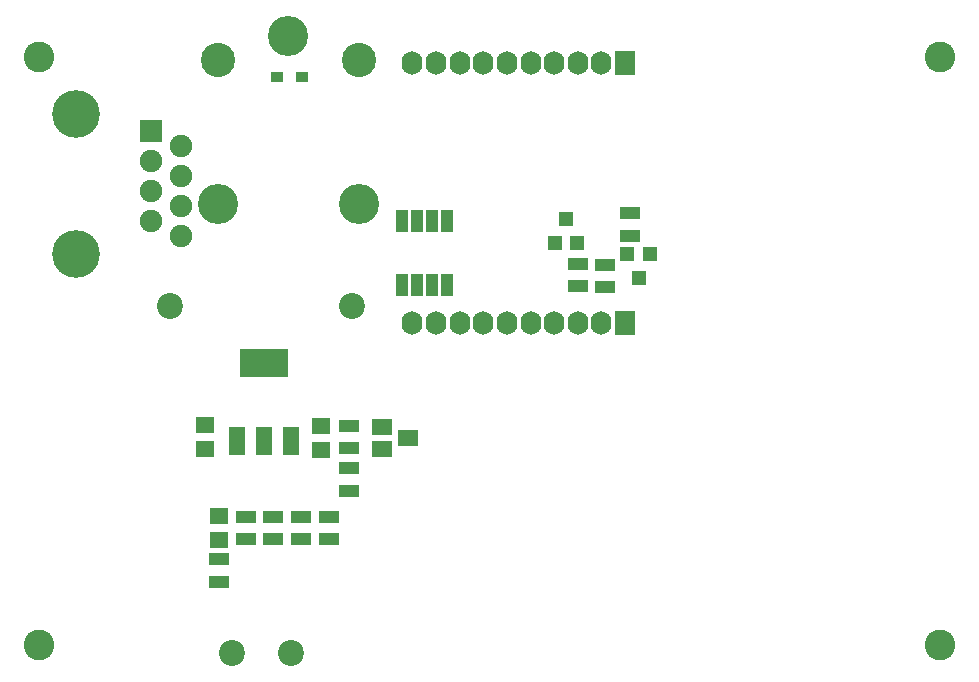
<source format=gbr>
G04 #@! TF.GenerationSoftware,KiCad,Pcbnew,no-vcs-found*
G04 #@! TF.CreationDate,2016-12-05T19:06:41+01:00*
G04 #@! TF.ProjectId,relayboard,72656C6179626F6172642E6B69636164,rev?*
G04 #@! TF.FileFunction,Soldermask,Bot*
G04 #@! TF.FilePolarity,Negative*
%FSLAX46Y46*%
G04 Gerber Fmt 4.6, Leading zero omitted, Abs format (unit mm)*
G04 Created by KiCad (PCBNEW no-vcs-found) date Mon Dec  5 19:06:41 2016*
%MOMM*%
%LPD*%
G01*
G04 APERTURE LIST*
%ADD10C,0.100000*%
%ADD11C,2.600000*%
%ADD12R,1.700000X1.100000*%
%ADD13R,1.200100X1.200100*%
%ADD14R,1.000000X1.950000*%
%ADD15O,1.760000X2.000000*%
%ADD16R,1.760000X2.000000*%
%ADD17R,1.650000X1.400000*%
%ADD18R,0.990000X0.850000*%
%ADD19C,1.901140*%
%ADD20R,1.901140X1.901140*%
%ADD21C,4.049980*%
%ADD22C,2.900000*%
%ADD23C,3.400000*%
%ADD24C,2.200000*%
%ADD25R,1.800000X1.400000*%
%ADD26R,1.416000X2.432000*%
%ADD27R,4.057600X2.432000*%
G04 APERTURE END LIST*
D10*
D11*
X178709320Y-111323120D03*
X178709320Y-61528960D03*
X102356920Y-111323120D03*
X102356920Y-61528960D03*
D12*
X117600000Y-105950000D03*
X117600000Y-104050000D03*
D13*
X152200000Y-78199240D03*
X154100000Y-78199240D03*
X153150000Y-80198220D03*
D12*
X152400000Y-74750000D03*
X152400000Y-76650000D03*
X150300000Y-81000000D03*
X150300000Y-79100000D03*
D14*
X133160000Y-80800000D03*
X134430000Y-80800000D03*
X135700000Y-80800000D03*
X136970000Y-80800000D03*
X136970000Y-75400000D03*
X135700000Y-75400000D03*
X134430000Y-75400000D03*
X133160000Y-75400000D03*
D15*
X134000000Y-84000000D03*
X136000000Y-84000000D03*
X138000000Y-84000000D03*
X140000000Y-84000000D03*
X142000000Y-84000000D03*
X144000000Y-84000000D03*
X146000000Y-84000000D03*
X148000000Y-84000000D03*
X150000000Y-84000000D03*
D16*
X152000000Y-84000000D03*
X152000000Y-62000000D03*
D15*
X150000000Y-62000000D03*
X148000000Y-62000000D03*
X146000000Y-62000000D03*
X144000000Y-62000000D03*
X142000000Y-62000000D03*
X140000000Y-62000000D03*
X138000000Y-62000000D03*
X136000000Y-62000000D03*
X134000000Y-62000000D03*
D17*
X116400000Y-92700000D03*
X116400000Y-94700000D03*
X126300000Y-92800000D03*
X126300000Y-94800000D03*
X117600000Y-102400000D03*
X117600000Y-100400000D03*
D18*
X124610000Y-63250000D03*
X122500000Y-63250000D03*
D19*
X114390000Y-76695000D03*
X111850000Y-75425000D03*
X114390000Y-74155000D03*
X111850000Y-72885000D03*
X114390000Y-71615000D03*
X111850000Y-70345000D03*
X114390000Y-69075000D03*
D20*
X111850000Y-67805000D03*
D21*
X105500000Y-66319100D03*
X105500000Y-78188520D03*
D22*
X117500000Y-61750000D03*
D23*
X117500000Y-73950000D03*
X129500000Y-73950000D03*
D22*
X129500000Y-61750000D03*
D23*
X123500000Y-59750000D03*
D24*
X118690000Y-111960000D03*
X123690000Y-111960000D03*
X113490000Y-82560000D03*
X128890000Y-82560000D03*
D25*
X133600000Y-93800000D03*
X131400000Y-94750000D03*
X131400000Y-92850000D03*
D13*
X147000000Y-75251780D03*
X146050000Y-77250760D03*
X147950000Y-77250760D03*
D12*
X126900000Y-102350000D03*
X126900000Y-100450000D03*
X124600000Y-100450000D03*
X124600000Y-102350000D03*
X122200000Y-100450000D03*
X122200000Y-102350000D03*
X119900000Y-102350000D03*
X119900000Y-100450000D03*
X128600000Y-98250000D03*
X128600000Y-96350000D03*
X148000000Y-80950000D03*
X148000000Y-79050000D03*
X128600000Y-92750000D03*
X128600000Y-94650000D03*
D26*
X123686000Y-94002000D03*
X119114000Y-94002000D03*
X121400000Y-94002000D03*
D27*
X121400000Y-87398000D03*
M02*

</source>
